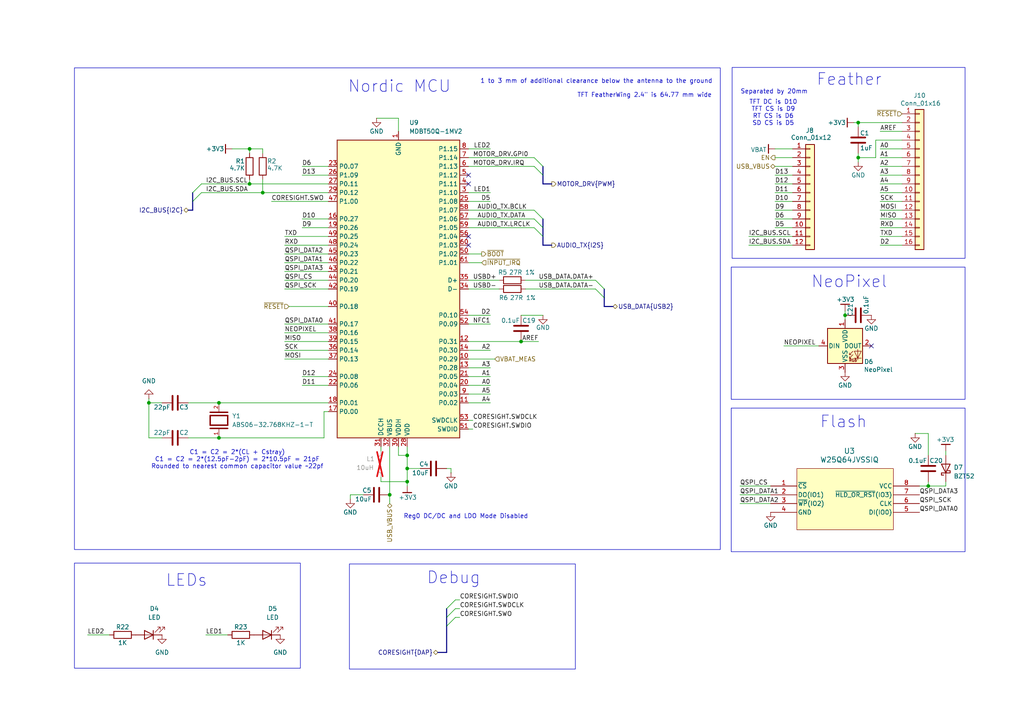
<source format=kicad_sch>
(kicad_sch (version 20250114) (generator "eeschema") (generator_version "9.0")
  (paper "A4")
  (title_block (title "${TITLE}") (date "2024-12-25") (rev "${VERSION}") (company "${AUTHOR}") (comment 1 "${LICENSE}"))
  (lib_symbols
    (symbol "ABS06-32.768KHZ-1-T:ABS06-32.768KHZ-1-T" (pin_names (offset 1.016))
      (property "Reference" "Y" (at -5.0878 3.8159 0))
      (property "Value" "ABS06-32.768KHZ-1-T" (at -5.0944 -5.0944 0))
      (symbol "ABS06-32.768KHZ-1-T_0_0"
        (polyline (pts (xy -2.3368 2.54) (xy -2.3368 -2.54)) (stroke (width 0.4064)))
        (polyline (pts (xy -1.397 2.54) (xy -1.397 -2.54)) (stroke (width 0.4064)))
        (polyline (pts (xy -1.397 2.54) (xy 1.397 2.54)) (stroke (width 0.4064)))
        (polyline (pts (xy 1.397 2.54) (xy 1.397 -2.54)) (stroke (width 0.4064)))
        (polyline (pts (xy 1.397 -2.54) (xy -1.397 -2.54)) (stroke (width 0.4064)))
        (polyline (pts (xy 2.3368 2.54) (xy 2.3368 -2.54)) (stroke (width 0.4064)))
        (pin passive line (at -5.08 0 0) (length 2.54) (name "~") (number "1"))
        (pin passive line (at 5.08 0 180) (length 2.54) (name "~") (number "2"))
      )
    )
    (symbol "Connector_Generic:Conn_01x12" (pin_names (offset 1.016) (hide yes))
      (property "Reference" "J" (at 0 15.24 0))
      (property "Value" "Conn_01x12" (at 0 -17.78 0))
      (symbol "Conn_01x12_1_1"
        (rectangle (start -1.27 13.97) (end 1.27 -16.51) (stroke (width 0.254)) (fill (type background)))
        (rectangle (start -1.27 12.827) (end 0 12.573) (stroke (width 0.1524)))
        (rectangle (start -1.27 10.287) (end 0 10.033) (stroke (width 0.1524)))
        (rectangle (start -1.27 7.747) (end 0 7.493) (stroke (width 0.1524)))
        (rectangle (start -1.27 5.207) (end 0 4.953) (stroke (width 0.1524)))
        (rectangle (start -1.27 2.667) (end 0 2.413) (stroke (width 0.1524)))
        (rectangle (start -1.27 0.127) (end 0 -0.127) (stroke (width 0.1524)))
        (rectangle (start -1.27 -2.413) (end 0 -2.667) (stroke (width 0.1524)))
        (rectangle (start -1.27 -4.953) (end 0 -5.207) (stroke (width 0.1524)))
        (rectangle (start -1.27 -7.493) (end 0 -7.747) (stroke (width 0.1524)))
        (rectangle (start -1.27 -10.033) (end 0 -10.287) (stroke (width 0.1524)))
        (rectangle (start -1.27 -12.573) (end 0 -12.827) (stroke (width 0.1524)))
        (rectangle (start -1.27 -15.113) (end 0 -15.367) (stroke (width 0.1524)))
        (pin passive line (at -5.08 12.7 0) (length 3.81) (name "Pin_1") (number "1"))
        (pin passive line (at -5.08 10.16 0) (length 3.81) (name "Pin_2") (number "2"))
        (pin passive line (at -5.08 7.62 0) (length 3.81) (name "Pin_3") (number "3"))
        (pin passive line (at -5.08 5.08 0) (length 3.81) (name "Pin_4") (number "4"))
        (pin passive line (at -5.08 2.54 0) (length 3.81) (name "Pin_5") (number "5"))
        (pin passive line (at -5.08 0 0) (length 3.81) (name "Pin_6") (number "6"))
        (pin passive line (at -5.08 -2.54 0) (length 3.81) (name "Pin_7") (number "7"))
        (pin passive line (at -5.08 -5.08 0) (length 3.81) (name "Pin_8") (number "8"))
        (pin passive line (at -5.08 -7.62 0) (length 3.81) (name "Pin_9") (number "9"))
        (pin passive line (at -5.08 -10.16 0) (length 3.81) (name "Pin_10") (number "10"))
        (pin passive line (at -5.08 -12.7 0) (length 3.81) (name "Pin_11") (number "11"))
        (pin passive line (at -5.08 -15.24 0) (length 3.81) (name "Pin_12") (number "12"))
      )
    )
    (symbol "Connector_Generic:Conn_01x16" (pin_names (offset 1.016) (hide yes))
      (property "Reference" "J" (at 0 20.32 0))
      (property "Value" "Conn_01x16" (at 0 -22.86 0))
      (symbol "Conn_01x16_1_1"
        (rectangle (start -1.27 19.05) (end 1.27 -21.59) (stroke (width 0.254)) (fill (type background)))
        (rectangle (start -1.27 17.907) (end 0 17.653) (stroke (width 0.1524)))
        (rectangle (start -1.27 15.367) (end 0 15.113) (stroke (width 0.1524)))
        (rectangle (start -1.27 12.827) (end 0 12.573) (stroke (width 0.1524)))
        (rectangle (start -1.27 10.287) (end 0 10.033) (stroke (width 0.1524)))
        (rectangle (start -1.27 7.747) (end 0 7.493) (stroke (width 0.1524)))
        (rectangle (start -1.27 5.207) (end 0 4.953) (stroke (width 0.1524)))
        (rectangle (start -1.27 2.667) (end 0 2.413) (stroke (width 0.1524)))
        (rectangle (start -1.27 0.127) (end 0 -0.127) (stroke (width 0.1524)))
        (rectangle (start -1.27 -2.413) (end 0 -2.667) (stroke (width 0.1524)))
        (rectangle (start -1.27 -4.953) (end 0 -5.207) (stroke (width 0.1524)))
        (rectangle (start -1.27 -7.493) (end 0 -7.747) (stroke (width 0.1524)))
        (rectangle (start -1.27 -10.033) (end 0 -10.287) (stroke (width 0.1524)))
        (rectangle (start -1.27 -12.573) (end 0 -12.827) (stroke (width 0.1524)))
        (rectangle (start -1.27 -15.113) (end 0 -15.367) (stroke (width 0.1524)))
        (rectangle (start -1.27 -17.653) (end 0 -17.907) (stroke (width 0.1524)))
        (rectangle (start -1.27 -20.193) (end 0 -20.447) (stroke (width 0.1524)))
        (pin passive line (at -5.08 17.78 0) (length 3.81) (name "Pin_1") (number "1"))
        (pin passive line (at -5.08 15.24 0) (length 3.81) (name "Pin_2") (number "2"))
        (pin passive line (at -5.08 12.7 0) (length 3.81) (name "Pin_3") (number "3"))
        (pin passive line (at -5.08 10.16 0) (length 3.81) (name "Pin_4") (number "4"))
        (pin passive line (at -5.08 7.62 0) (length 3.81) (name "Pin_5") (number "5"))
        (pin passive line (at -5.08 5.08 0) (length 3.81) (name "Pin_6") (number "6"))
        (pin passive line (at -5.08 2.54 0) (length 3.81) (name "Pin_7") (number "7"))
        (pin passive line (at -5.08 0 0) (length 3.81) (name "Pin_8") (number "8"))
        (pin passive line (at -5.08 -2.54 0) (length 3.81) (name "Pin_9") (number "9"))
        (pin passive line (at -5.08 -5.08 0) (length 3.81) (name "Pin_10") (number "10"))
        (pin passive line (at -5.08 -7.62 0) (length 3.81) (name "Pin_11") (number "11"))
        (pin passive line (at -5.08 -10.16 0) (length 3.81) (name "Pin_12") (number "12"))
        (pin passive line (at -5.08 -12.7 0) (length 3.81) (name "Pin_13") (number "13"))
        (pin passive line (at -5.08 -15.24 0) (length 3.81) (name "Pin_14") (number "14"))
        (pin passive line (at -5.08 -17.78 0) (length 3.81) (name "Pin_15") (number "15"))
        (pin passive line (at -5.08 -20.32 0) (length 3.81) (name "Pin_16") (number "16"))
      )
    )
    (symbol "Device:C" (pin_numbers (hide yes)) (pin_names (offset 0.254))
      (property "Reference" "C" (at 0.635 2.54 0))
      (property "Value" "C" (at 0.635 -2.54 0))
      (symbol "C_0_1"
        (polyline (pts (xy -2.032 0.762) (xy 2.032 0.762)) (stroke (width 0.508)))
        (polyline (pts (xy -2.032 -0.762) (xy 2.032 -0.762)) (stroke (width 0.508)))
      )
      (symbol "C_1_1"
        (pin passive line (at 0 3.81 270) (length 2.794) (name "~") (number "1"))
        (pin passive line (at 0 -3.81 90) (length 2.794) (name "~") (number "2"))
      )
    )
    (symbol "Device:L" (pin_numbers (hide yes)) (pin_names (offset 1.016) (hide yes))
      (property "Reference" "L" (at -1.27 0 90))
      (property "Value" "L" (at 1.905 0 90))
      (symbol "L_0_1"
        (arc (start 0 2.54) (mid 0.6323 1.905) (end 0 1.27))
        (arc (start 0 1.27) (mid 0.6323 0.635) (end 0 0))
        (arc (start 0 0) (mid 0.6323 -0.635) (end 0 -1.27))
        (arc (start 0 -1.27) (mid 0.6323 -1.905) (end 0 -2.54))
      )
      (symbol "L_1_1"
        (pin passive line (at 0 3.81 270) (length 1.27) (name "1") (number "1"))
        (pin passive line (at 0 -3.81 90) (length 1.27) (name "2") (number "2"))
      )
    )
    (symbol "Device:LED" (pin_numbers (hide yes)) (pin_names (offset 1.016) (hide yes))
      (property "Reference" "D" (at 0 2.54 0))
      (property "Value" "LED" (at 0 -2.54 0))
      (symbol "LED_0_1"
        (polyline (pts (xy -3.048 -0.762) (xy -4.572 -2.286) (xy -3.81 -2.286) (xy -4.572 -2.286) (xy -4.572 -1.524)))
        (polyline (pts (xy -1.778 -0.762) (xy -3.302 -2.286) (xy -2.54 -2.286) (xy -3.302 -2.286) (xy -3.302 -1.524)))
        (polyline (pts (xy -1.27 0) (xy 1.27 0)))
        (polyline (pts (xy -1.27 -1.27) (xy -1.27 1.27)) (stroke (width 0.254)))
        (polyline (pts (xy 1.27 -1.27) (xy 1.27 1.27) (xy -1.27 0) (xy 1.27 -1.27)) (stroke (width 0.254)))
      )
      (symbol "LED_1_1"
        (pin passive line (at -3.81 0 0) (length 2.54) (name "K") (number "1"))
        (pin passive line (at 3.81 0 180) (length 2.54) (name "A") (number "2"))
      )
    )
    (symbol "Device:R" (pin_numbers (hide yes)) (pin_names (offset 0))
      (property "Reference" "R" (at 2.032 0 90))
      (property "Value" "R" (at 0 0 90))
      (symbol "R_0_1"
        (rectangle (start -1.016 -2.54) (end 1.016 2.54) (stroke (width 0.254)))
      )
      (symbol "R_1_1"
        (pin passive line (at 0 3.81 270) (length 1.27) (name "~") (number "1"))
        (pin passive line (at 0 -3.81 90) (length 1.27) (name "~") (number "2"))
      )
    )
    (symbol "Diode:BAT54J" (pin_numbers (hide yes)) (pin_names (offset 1.016) (hide yes))
      (property "Reference" "D" (at 0 2.54 0))
      (property "Value" "BAT54J" (at 0 -2.54 0))
      (symbol "BAT54J_0_1"
        (polyline (pts (xy -1.905 0.635) (xy -1.905 1.27) (xy -1.27 1.27) (xy -1.27 -1.27) (xy -0.635 -1.27) (xy -0.635 -0.635)) (stroke (width 0.254)))
        (polyline (pts (xy 1.27 1.27) (xy 1.27 -1.27) (xy -1.27 0) (xy 1.27 1.27)) (stroke (width 0.254)))
        (polyline (pts (xy 1.27 0) (xy -1.27 0)))
      )
      (symbol "BAT54J_1_1"
        (pin passive line (at -3.81 0 0) (length 2.54) (name "K") (number "1"))
        (pin passive line (at 3.81 0 180) (length 2.54) (name "A") (number "2"))
      )
    )
    (symbol "GND_1" (power) (pin_numbers (hide yes)) (pin_names (offset 0) (hide yes))
      (property "Value" "GND" (at 0 -3.81 0))
      (symbol "GND_1_0_1"
        (polyline (pts (xy 0 0) (xy 0 -1.27) (xy 1.27 -1.27) (xy 0 -2.54) (xy -1.27 -1.27) (xy 0 -1.27)))
      )
      (symbol "GND_1_1_1"
        (pin power_in line (at 0 0 270) (length 0) (name "~") (number "1"))
      )
    )
    (symbol "GND_5" (power) (pin_numbers (hide yes)) (pin_names (offset 0) (hide yes))
      (property "Value" "GND" (at 0 -3.81 0))
      (symbol "GND_5_0_1"
        (polyline (pts (xy 0 0) (xy 0 -1.27) (xy 1.27 -1.27) (xy 0 -2.54) (xy -1.27 -1.27) (xy 0 -1.27)))
      )
      (symbol "GND_5_1_1"
        (pin power_in line (at 0 0 270) (length 0) (name "~") (number "1"))
      )
    )
    (symbol "LED:WS2812B" (pin_names (offset 0.254))
      (property "Reference" "D" (at 5.08 5.715 0))
      (property "Value" "WS2812B" (at 1.27 -5.715 0))
      (symbol "WS2812B_0_0"
        (text "RGB" (at 2.286 -4.191 0) (effects (font (size 0.762 0.762))))
      )
      (symbol "WS2812B_0_1"
        (polyline (pts (xy 1.27 -2.54) (xy 1.778 -2.54)))
        (polyline (pts (xy 1.27 -3.556) (xy 1.778 -3.556)))
        (polyline (pts (xy 2.286 -1.524) (xy 1.27 -2.54) (xy 1.27 -2.032)))
        (polyline (pts (xy 2.286 -2.54) (xy 1.27 -3.556) (xy 1.27 -3.048)))
        (polyline (pts (xy 3.683 -1.016) (xy 3.683 -3.556) (xy 3.683 -4.064)))
        (polyline (pts (xy 4.699 -1.524) (xy 2.667 -1.524) (xy 3.683 -3.556) (xy 4.699 -1.524)))
        (polyline (pts (xy 4.699 -3.556) (xy 2.667 -3.556)))
        (rectangle (start 5.08 5.08) (end -5.08 -5.08) (stroke (width 0.254)) (fill (type background)))
      )
      (symbol "WS2812B_1_1"
        (pin input line (at -7.62 0 0) (length 2.54) (name "DIN") (number "4"))
        (pin power_in line (at 0 7.62 270) (length 2.54) (name "VDD") (number "1"))
        (pin power_in line (at 0 -7.62 90) (length 2.54) (name "VSS") (number "3"))
        (pin output line (at 7.62 0 180) (length 2.54) (name "DOUT") (number "2"))
      )
    )
    (symbol "RF_Module:MDBT50Q-1MV2"
      (property "Reference" "U" (at 0 0 0))
      (property "Value" "MDBT50Q-1MV2" (at 0 -2.54 0))
      (symbol "MDBT50Q-1MV2_0_1"
        (rectangle (start -17.78 43.18) (end 17.78 -43.18) (stroke (width 0.254)) (fill (type background)))
      )
      (symbol "MDBT50Q-1MV2_1_1"
        (pin bidirectional line (at -20.32 40.64 0) (length 2.54) (name "SWDIO") (number "51"))
        (pin input line (at -20.32 38.1 0) (length 2.54) (name "SWDCLK") (number "53"))
        (pin bidirectional line (at -20.32 33.02 0) (length 2.54) (name "P0.02") (number "11"))
        (pin bidirectional line (at -20.32 30.48 0) (length 2.54) (name "P0.03") (number "9"))
        (pin bidirectional line (at -20.32 27.94 0) (length 2.54) (name "P0.04") (number "20"))
        (pin bidirectional line (at -20.32 25.4 0) (length 2.54) (name "P0.05") (number "21"))
        (pin bidirectional line (at -20.32 22.86 0) (length 2.54) (name "P0.28") (number "13"))
        (pin bidirectional line (at -20.32 20.32 0) (length 2.54) (name "P0.29") (number "10"))
        (pin bidirectional line (at -20.32 17.78 0) (length 2.54) (name "P0.30") (number "14"))
        (pin bidirectional line (at -20.32 15.24 0) (length 2.54) (name "P0.31") (number "12"))
        (pin bidirectional line (at -20.32 10.16 0) (length 2.54) (name "P0.09") (number "52"))
        (pin bidirectional line (at -20.32 7.62 0) (length 2.54) (name "P0.10") (number "54"))
        (pin bidirectional line (at -20.32 0 0) (length 2.54) (name "D-") (number "34"))
        (pin bidirectional line (at -20.32 -2.54 0) (length 2.54) (name "D+") (number "35"))
        (pin bidirectional line (at -20.32 -7.62 0) (length 2.54) (name "P1.01") (number "61"))
        (pin bidirectional line (at -20.32 -10.16 0) (length 2.54) (name "P1.02") (number "50"))
        (pin bidirectional line (at -20.32 -12.7 0) (length 2.54) (name "P1.03") (number "60"))
        (pin bidirectional line (at -20.32 -15.24 0) (length 2.54) (name "P1.04") (number "56"))
        (pin bidirectional line (at -20.32 -17.78 0) (length 2.54) (name "P1.05") (number "59"))
        (pin bidirectional line (at -20.32 -20.32 0) (length 2.54) (name "P1.06") (number "57"))
        (pin bidirectional line (at -20.32 -22.86 0) (length 2.54) (name "P1.07") (number "58"))
        (pin bidirectional line (at -20.32 -25.4 0) (length 2.54) (name "P1.08") (number "25"))
        (pin bidirectional line (at -20.32 -27.94 0) (length 2.54) (name "P1.10") (number "3"))
        (pin bidirectional line (at -20.32 -30.48 0) (length 2.54) (name "P1.11") (number "4"))
        (pin bidirectional line (at -20.32 -33.02 0) (length 2.54) (name "P1.12") (number "5"))
        (pin bidirectional line (at -20.32 -35.56 0) (length 2.54) (name "P1.13") (number "6"))
        (pin bidirectional line (at -20.32 -38.1 0) (length 2.54) (name "P1.14") (number "7"))
        (pin bidirectional line (at -20.32 -40.64 0) (length 2.54) (name "P1.15") (number "8"))
        (pin power_in line (at -2.54 45.72 270) (length 2.54) (name "VDD") (number "28"))
        (pin power_in line (at 0 45.72 270) (length 2.54) (name "VDDH") (number "30"))
        (pin power_in line (at 0 -45.72 90) (length 2.54) (name "GND") (number "1"))
        (pin passive line (at 0 -45.72 90) (length 2.54) (hide yes) (name "GND") (number "15"))
        (pin passive line (at 0 -45.72 90) (length 2.54) (hide yes) (name "GND") (number "2"))
        (pin passive line (at 0 -45.72 90) (length 2.54) (hide yes) (name "GND") (number "33"))
        (pin passive line (at 0 -45.72 90) (length 2.54) (hide yes) (name "GND") (number "55"))
        (pin power_in line (at 2.54 45.72 270) (length 2.54) (name "VBUS") (number "32"))
        (pin power_out line (at 5.08 45.72 270) (length 2.54) (name "DCCH") (number "31"))
        (pin bidirectional line (at 20.32 35.56 180) (length 2.54) (name "P0.00") (number "17"))
        (pin bidirectional line (at 20.32 33.02 180) (length 2.54) (name "P0.01") (number "18"))
        (pin bidirectional line (at 20.32 27.94 180) (length 2.54) (name "P0.06") (number "22"))
        (pin bidirectional line (at 20.32 25.4 180) (length 2.54) (name "P0.08") (number "24"))
        (pin bidirectional line (at 20.32 20.32 180) (length 2.54) (name "P0.13") (number "37"))
        (pin bidirectional line (at 20.32 17.78 180) (length 2.54) (name "P0.14") (number "36"))
        (pin bidirectional line (at 20.32 15.24 180) (length 2.54) (name "P0.15") (number "39"))
        (pin bidirectional line (at 20.32 12.7 180) (length 2.54) (name "P0.16") (number "38"))
        (pin bidirectional line (at 20.32 10.16 180) (length 2.54) (name "P0.17") (number "41"))
        (pin bidirectional line (at 20.32 5.08 180) (length 2.54) (name "P0.18") (number "40"))
        (pin bidirectional line (at 20.32 0 180) (length 2.54) (name "P0.19") (number "42"))
        (pin bidirectional line (at 20.32 -2.54 180) (length 2.54) (name "P0.20") (number "44"))
        (pin bidirectional line (at 20.32 -5.08 180) (length 2.54) (name "P0.21") (number "43"))
        (pin bidirectional line (at 20.32 -7.62 180) (length 2.54) (name "P0.22") (number "46"))
        (pin bidirectional line (at 20.32 -10.16 180) (length 2.54) (name "P0.23") (number "45"))
        (pin bidirectional line (at 20.32 -12.7 180) (length 2.54) (name "P0.24") (number "48"))
        (pin bidirectional line (at 20.32 -15.24 180) (length 2.54) (name "P0.25") (number "49"))
        (pin bidirectional line (at 20.32 -17.78 180) (length 2.54) (name "P0.26") (number "19"))
        (pin bidirectional line (at 20.32 -20.32 180) (length 2.54) (name "P0.27") (number "16"))
        (pin bidirectional line (at 20.32 -25.4 180) (length 2.54) (name "P1.00") (number "47"))
        (pin bidirectional line (at 20.32 -27.94 180) (length 2.54) (name "P0.12") (number "29"))
        (pin bidirectional line (at 20.32 -30.48 180) (length 2.54) (name "P0.11") (number "27"))
        (pin bidirectional line (at 20.32 -33.02 180) (length 2.54) (name "P1.09") (number "26"))
        (pin bidirectional line (at 20.32 -35.56 180) (length 2.54) (name "P0.07") (number "23"))
      )
    )
    (symbol "W25Q64JVSSIQ:W25Q64JVSSIQ" (pin_names (offset 0.254))
      (property "Reference" "U" (at 40.64 10.16 0))
      (property "Value" "W25Q64JVSSIQ" (at 40.64 7.62 0))
      (symbol "W25Q64JVSSIQ_0_1"
        (pin unspecified line (at 17.78 -2.54 0) (length 7.62) (name "DO(IO1)") (number "2"))
        (pin power_out line (at 17.78 -7.62 0) (length 7.62) (name "GND") (number "4"))
        (pin power_in line (at 60.96 0 180) (length 7.62) (name "VCC") (number "8"))
        (pin unspecified line (at 60.96 -5.08 180) (length 7.62) (name "CLK") (number "6"))
        (pin unspecified line (at 60.96 -7.62 180) (length 7.62) (name "DI(IO0)") (number "5"))
      )
      (symbol "W25Q64JVSSIQ_1_1"
        (rectangle (start 25.4 5.08) (end 53.34 -12.7) (fill (type background)))
        (pin unspecified line (at 17.78 0 0) (length 7.62) (name "~{CS}") (number "1"))
        (pin unspecified line (at 17.78 -5.08 0) (length 7.62) (name "~{WP}(IO2)") (number "3"))
        (pin unspecified line (at 60.96 -2.54 180) (length 7.62) (name "~{HLD_OR_RST}(IO3)") (number "7"))
      )
    )
    (symbol "gkl_power:+3V3" (power) (pin_names (offset 0))
      (property "Value" "+3V3" (at 0 3.556 0))
      (symbol "+3V3_0_1"
        (polyline (pts (xy -1.27 1.905) (xy 1.27 1.905)) (stroke (width 0.3048)))
        (polyline (pts (xy 0 0) (xy 0 1.905)))
      )
      (symbol "+3V3_1_1"
        (pin power_in line (at 0 0 90) (length 0) (hide yes) (name "+3V3") (number "1"))
      )
    )
    (symbol "gkl_power:VBAT" (power) (pin_names (offset 0))
      (property "Value" "VBAT" (at 0 3.556 0))
      (symbol "VBAT_0_1"
        (polyline (pts (xy -1.27 1.905) (xy 1.27 1.905)) (stroke (width 0.3048)))
        (polyline (pts (xy 0 0) (xy 0 1.905)))
      )
      (symbol "VBAT_1_1"
        (pin power_in line (at 0 0 90) (length 0) (hide yes) (name "VBAT") (number "1"))
      )
    )
    (symbol "power:GND" (power) (pin_numbers (hide yes)) (pin_names (offset 0) (hide yes))
      (property "Value" "GND" (at 0 -3.81 0))
      (symbol "GND_0_1"
        (polyline (pts (xy 0 0) (xy 0 -1.27) (xy 1.27 -1.27) (xy 0 -2.54) (xy -1.27 -1.27) (xy 0 -1.27)))
      )
      (symbol "GND_1_1"
        (pin power_in line (at 0 0 270) (length 0) (name "~") (number "1"))
      )
    )
  )
  (bus_alias "DAP" (members "SWDCLK" "SWDIO" "SWO"))
  (bus_alias "I2S" (members "DATA" "BCLK" "LRCLK"))
  (bus_alias "PWM" (members "GPI0" "IRQ"))
  (bus_alias "USB2" (members "DATA+" "DATA-"))
  (rectangle (start 21.59 163.322) (end 87.122 193.802))
  (rectangle (start 21.59 19.685) (end 208.915 159.385))
  (rectangle (start 101.346 163.576) (end 166.878 194.056))
  (rectangle (start 212.09 77.47) (end 279.908 115.824))
  (rectangle (start 212.344 19.558) (end 279.908 74.93))
  (rectangle (start 212.09 118.364) (end 279.908 160.02))
  (text "TFT DC is D10\nTFT CS is D9\nRT CS is D6\nSD CS is D5" (at 224.282 32.766 0) (effects (font (size 1.27 1.27))))
  (text "Debug" (at 123.698 169.672 0) (effects (font (size 3.4036 3.4036)) (justify left bottom)))
  (text "C1 = C2 = 2*(CL + Cstray)\nC1 = C2 = 2*(12.5pF-2pF) = 2*10.5pF = 21pF\nRounded to nearest common capacitor value ~22pf" (at 68.834 133.35 0) (effects (font (size 1.27 1.27))))
  (text "LEDs" (at 48.006 170.434 0) (effects (font (size 3.4036 3.4036)) (justify left bottom)))
  (text "Feather" (at 236.728 25.146 0) (effects (font (size 3.4036 3.4036)) (justify left bottom)))
  (text "Reg0 DC/DC and LDO Mode Disabled" (at 135.128 149.86 0) (effects (font (size 1.27 1.27))))
  (text "NeoPixel" (at 235.204 83.82 0) (effects (font (size 3.4036 3.4036)) (justify left bottom)))
  (text "TFT FeatherWing 2.4\" is 64.77 mm wide" (at 186.944 27.686 0) (effects (font (size 1.27 1.27))))
  (text "Separated by 20mm" (at 224.536 26.67 0) (effects (font (size 1.27 1.27))))
  (text "Flash" (at 237.744 124.46 0) (effects (font (size 3.4036 3.4036)) (justify left bottom)))
  (text "1 to 3 mm of additional clearance below the antenna to the ground" (at 172.974 23.622 0) (effects (font (size 1.27 1.27))))
  (text "Nordic MCU" (at 100.838 27.178 0) (effects (font (size 3.4036 3.4036)) (justify left bottom)))
  (junction (at 118.11 139.7))
  (junction (at 151.13 99.06))
  (junction (at 269.24 140.97))
  (junction (at 113.03 143.51))
  (junction (at 248.92 35.56))
  (junction (at 43.18 116.84))
  (junction (at 245.11 91.44))
  (junction (at 72.39 43.18))
  (junction (at 118.11 132.08))
  (junction (at 248.92 45.72))
  (junction (at 72.39 53.34))
  (junction (at 76.2 55.88))
  (junction (at 118.11 135.89))
  (junction (at 63.5 127))
  (junction (at 63.5 116.84))
  (no_connect (at 135.89 53.34))
  (no_connect (at 252.73 100.33))
  (no_connect (at 135.89 71.12))
  (no_connect (at 135.89 50.8))
  (no_connect (at 135.89 68.58))
  (bus_entry (at 154.94 48.26) (size 2.54 2.54))
  (bus_entry (at 55.88 58.42) (size 2.54 -2.54))
  (bus_entry (at 157.48 66.04) (size -2.54 -2.54))
  (bus_entry (at 175.26 83.82) (size -2.54 -2.54))
  (bus_entry (at 172.72 83.82) (size 2.54 2.54))
  (bus_entry (at 55.88 55.88) (size 2.54 -2.54))
  (bus_entry (at 157.48 48.26) (size -2.54 -2.54))
  (bus_entry (at 129.54 179.07) (size 2.54 -2.54))
  (bus_entry (at 157.48 63.5) (size -2.54 -2.54))
  (bus_entry (at 129.54 181.61) (size 2.54 -2.54))
  (bus_entry (at 157.48 68.58) (size -2.54 -2.54))
  (bus_entry (at 129.54 176.53) (size 2.54 -2.54))
  (wire (pts (xy 118.11 132.08) (xy 115.57 132.08)))
  (wire (pts (xy 58.42 55.88) (xy 76.2 55.88)))
  (wire (pts (xy 72.39 53.34) (xy 95.25 53.34)))
  (wire (pts (xy 135.89 63.5) (xy 154.94 63.5)))
  (wire (pts (xy 269.24 140.97) (xy 274.32 140.97)))
  (bus (pts (xy 157.48 53.34) (xy 160.02 53.34)))
  (wire (pts (xy 255.27 71.12) (xy 261.62 71.12)))
  (wire (pts (xy 87.63 48.26) (xy 95.25 48.26)))
  (wire (pts (xy 245.11 91.44) (xy 245.11 92.71)))
  (wire (pts (xy 135.89 99.06) (xy 151.13 99.06)))
  (wire (pts (xy 130.81 135.89) (xy 129.54 135.89)))
  (wire (pts (xy 54.61 116.84) (xy 63.5 116.84)))
  (wire (pts (xy 224.79 66.04) (xy 229.87 66.04)))
  (wire (pts (xy 245.11 90.17) (xy 245.11 91.44)))
  (wire (pts (xy 214.63 143.51) (xy 223.52 143.51)))
  (wire (pts (xy 132.08 179.07) (xy 133.35 179.07)))
  (wire (pts (xy 87.63 111.76) (xy 95.25 111.76)))
  (wire (pts (xy 118.11 135.89) (xy 121.92 135.89)))
  (bus (pts (xy 129.54 179.07) (xy 129.54 181.61)))
  (bus (pts (xy 175.26 86.36) (xy 175.26 88.9)))
  (wire (pts (xy 142.24 116.84) (xy 135.89 116.84)))
  (wire (pts (xy 93.98 119.38) (xy 95.25 119.38)))
  (wire (pts (xy 118.11 132.08) (xy 118.11 135.89)))
  (wire (pts (xy 248.92 45.72) (xy 248.92 44.45)))
  (wire (pts (xy 82.55 78.74) (xy 95.25 78.74)))
  (wire (pts (xy 110.49 129.54) (xy 110.49 130.81)))
  (wire (pts (xy 137.16 124.46) (xy 135.89 124.46)))
  (wire (pts (xy 217.17 68.58) (xy 229.87 68.58)))
  (bus (pts (xy 55.88 55.88) (xy 55.88 58.42)))
  (wire (pts (xy 82.55 104.14) (xy 95.25 104.14)))
  (wire (pts (xy 76.2 43.18) (xy 76.2 44.45)))
  (wire (pts (xy 248.92 35.56) (xy 261.62 35.56)))
  (wire (pts (xy 255.27 50.8) (xy 261.62 50.8)))
  (wire (pts (xy 224.79 58.42) (xy 229.87 58.42)))
  (wire (pts (xy 142.24 91.44) (xy 135.89 91.44)))
  (wire (pts (xy 43.18 116.84) (xy 46.99 116.84)))
  (wire (pts (xy 118.11 129.54) (xy 118.11 132.08)))
  (wire (pts (xy 87.63 50.8) (xy 95.25 50.8)))
  (wire (pts (xy 254 40.64) (xy 261.62 40.64)))
  (wire (pts (xy 214.63 140.97) (xy 223.52 140.97)))
  (wire (pts (xy 269.24 139.7) (xy 269.24 140.97)))
  (wire (pts (xy 87.63 63.5) (xy 95.25 63.5)))
  (wire (pts (xy 132.08 176.53) (xy 133.35 176.53)))
  (wire (pts (xy 82.55 68.58) (xy 95.25 68.58)))
  (wire (pts (xy 255.27 53.34) (xy 261.62 53.34)))
  (wire (pts (xy 248.92 45.72) (xy 254 45.72)))
  (wire (pts (xy 110.49 138.43) (xy 110.49 139.7)))
  (wire (pts (xy 152.4 83.82) (xy 172.72 83.82)))
  (wire (pts (xy 135.89 60.96) (xy 154.94 60.96)))
  (wire (pts (xy 135.89 66.04) (xy 154.94 66.04)))
  (wire (pts (xy 135.89 45.72) (xy 154.94 45.72)))
  (wire (pts (xy 255.27 63.5) (xy 261.62 63.5)))
  (bus (pts (xy 157.48 48.26) (xy 157.48 50.8)))
  (wire (pts (xy 118.11 135.89) (xy 118.11 139.7)))
  (wire (pts (xy 118.11 139.7) (xy 118.11 140.97)))
  (wire (pts (xy 25.4 184.15) (xy 31.75 184.15)))
  (wire (pts (xy 266.7 140.97) (xy 269.24 140.97)))
  (wire (pts (xy 132.08 173.99) (xy 133.35 173.99)))
  (wire (pts (xy 269.24 125.73) (xy 269.24 132.08)))
  (bus (pts (xy 54.61 60.96) (xy 55.88 60.96)))
  (wire (pts (xy 142.24 93.98) (xy 135.89 93.98)))
  (wire (pts (xy 214.63 146.05) (xy 223.52 146.05)))
  (wire (pts (xy 224.79 63.5) (xy 229.87 63.5)))
  (wire (pts (xy 135.89 43.18) (xy 142.24 43.18)))
  (wire (pts (xy 255.27 55.88) (xy 261.62 55.88)))
  (wire (pts (xy 255.27 68.58) (xy 261.62 68.58)))
  (wire (pts (xy 82.55 81.28) (xy 95.25 81.28)))
  (wire (pts (xy 105.41 143.51) (xy 101.6 143.51)))
  (bus (pts (xy 175.26 88.9) (xy 177.8 88.9)))
  (wire (pts (xy 224.79 55.88) (xy 229.87 55.88)))
  (wire (pts (xy 43.18 115.57) (xy 43.18 116.84)))
  (wire (pts (xy 82.55 73.66) (xy 95.25 73.66)))
  (wire (pts (xy 63.5 127) (xy 93.98 127)))
  (wire (pts (xy 265.43 125.73) (xy 269.24 125.73)))
  (wire (pts (xy 143.51 104.14) (xy 135.89 104.14)))
  (wire (pts (xy 87.63 66.04) (xy 95.25 66.04)))
  (wire (pts (xy 113.03 143.51) (xy 113.03 146.05)))
  (wire (pts (xy 82.55 93.98) (xy 95.25 93.98)))
  (wire (pts (xy 224.79 43.18) (xy 229.87 43.18)))
  (wire (pts (xy 255.27 60.96) (xy 261.62 60.96)))
  (wire (pts (xy 139.7 73.66) (xy 135.89 73.66)))
  (wire (pts (xy 224.79 53.34) (xy 229.87 53.34)))
  (wire (pts (xy 142.24 106.68) (xy 135.89 106.68)))
  (wire (pts (xy 139.7 76.2) (xy 135.89 76.2)))
  (wire (pts (xy 142.24 109.22) (xy 135.89 109.22)))
  (wire (pts (xy 93.98 119.38) (xy 93.98 127)))
  (wire (pts (xy 72.39 43.18) (xy 72.39 44.45)))
  (wire (pts (xy 142.24 101.6) (xy 135.89 101.6)))
  (bus (pts (xy 175.26 83.82) (xy 175.26 86.36)))
  (bus (pts (xy 157.48 50.8) (xy 157.48 53.34)))
  (wire (pts (xy 78.74 58.42) (xy 95.25 58.42)))
  (wire (pts (xy 137.16 121.92) (xy 135.89 121.92)))
  (wire (pts (xy 83.82 88.9) (xy 95.25 88.9)))
  (wire (pts (xy 110.49 139.7) (xy 118.11 139.7)))
  (wire (pts (xy 156.21 99.06) (xy 151.13 99.06)))
  (wire (pts (xy 135.89 83.82) (xy 144.78 83.82)))
  (wire (pts (xy 248.92 36.83) (xy 248.92 35.56)))
  (wire (pts (xy 157.48 91.44) (xy 151.13 91.44)))
  (wire (pts (xy 54.61 127) (xy 63.5 127)))
  (wire (pts (xy 142.24 55.88) (xy 135.89 55.88)))
  (wire (pts (xy 224.79 50.8) (xy 229.87 50.8)))
  (bus (pts (xy 127 189.23) (xy 129.54 189.23)))
  (wire (pts (xy 43.18 127) (xy 46.99 127)))
  (wire (pts (xy 82.55 99.06) (xy 95.25 99.06)))
  (wire (pts (xy 274.32 132.08) (xy 274.32 130.81)))
  (wire (pts (xy 224.79 48.26) (xy 229.87 48.26)))
  (wire (pts (xy 255.27 66.04) (xy 261.62 66.04)))
  (wire (pts (xy 67.31 43.18) (xy 72.39 43.18)))
  (wire (pts (xy 248.92 46.99) (xy 248.92 45.72)))
  (wire (pts (xy 82.55 76.2) (xy 95.25 76.2)))
  (wire (pts (xy 63.5 116.84) (xy 95.25 116.84)))
  (wire (pts (xy 255.27 43.18) (xy 261.62 43.18)))
  (bus (pts (xy 157.48 71.12) (xy 157.48 68.58)))
  (wire (pts (xy 217.17 71.12) (xy 229.87 71.12)))
  (wire (pts (xy 142.24 114.3) (xy 135.89 114.3)))
  (bus (pts (xy 157.48 63.5) (xy 157.48 66.04)))
  (wire (pts (xy 255.27 58.42) (xy 261.62 58.42)))
  (wire (pts (xy 113.03 129.54) (xy 113.03 143.51)))
  (wire (pts (xy 152.4 81.28) (xy 172.72 81.28)))
  (wire (pts (xy 254 40.64) (xy 254 45.72)))
  (wire (pts (xy 142.24 111.76) (xy 135.89 111.76)))
  (wire (pts (xy 274.32 140.97) (xy 274.32 139.7)))
  (bus (pts (xy 157.48 68.58) (xy 157.48 66.04)))
  (wire (pts (xy 101.6 143.51) (xy 101.6 144.78)))
  (wire (pts (xy 72.39 43.18) (xy 76.2 43.18)))
  (wire (pts (xy 130.81 135.89) (xy 130.81 137.16)))
  (wire (pts (xy 59.69 184.15) (xy 66.04 184.15)))
  (wire (pts (xy 135.89 48.26) (xy 154.94 48.26)))
  (wire (pts (xy 76.2 55.88) (xy 95.25 55.88)))
  (bus (pts (xy 55.88 58.42) (xy 55.88 60.96)))
  (bus (pts (xy 160.02 71.12) (xy 157.48 71.12)))
  (wire (pts (xy 255.27 38.1) (xy 261.62 38.1)))
  (wire (pts (xy 82.55 101.6) (xy 95.25 101.6)))
  (wire (pts (xy 227.33 100.33) (xy 237.49 100.33)))
  (bus (pts (xy 129.54 176.53) (xy 129.54 179.07)))
  (wire (pts (xy 135.89 81.28) (xy 144.78 81.28)))
  (wire (pts (xy 115.57 129.54) (xy 115.57 132.08)))
  (wire (pts (xy 76.2 52.07) (xy 76.2 55.88)))
  (wire (pts (xy 142.24 58.42) (xy 135.89 58.42)))
  (wire (pts (xy 109.22 34.29) (xy 115.57 34.29)))
  (wire (pts (xy 247.65 35.56) (xy 248.92 35.56)))
  (wire (pts (xy 43.18 127) (xy 43.18 116.84)))
  (wire (pts (xy 115.57 34.29) (xy 115.57 38.1)))
  (wire (pts (xy 82.55 96.52) (xy 95.25 96.52)))
  (wire (pts (xy 224.79 60.96) (xy 229.87 60.96)))
  (wire (pts (xy 82.55 83.82) (xy 95.25 83.82)))
  (bus (pts (xy 129.54 181.61) (xy 129.54 189.23)))
  (wire (pts (xy 224.79 45.72) (xy 229.87 45.72)))
  (wire (pts (xy 255.27 45.72) (xy 261.62 45.72)))
  (wire (pts (xy 255.27 48.26) (xy 261.62 48.26)))
  (wire (pts (xy 87.63 109.22) (xy 95.25 109.22)))
  (wire (pts (xy 58.42 53.34) (xy 72.39 53.34)))
  (wire (pts (xy 72.39 52.07) (xy 72.39 53.34)))
  (wire (pts (xy 82.55 71.12) (xy 95.25 71.12)))
  (label "MISO" (at 255.27 63.5 0))
  (label "D6" (at 87.63 48.26 0))
  (label "A0" (at 142.24 111.76 180))
  (label "D10" (at 87.63 63.5 0))
  (label "I2C_BUS.SDA" (at 59.69 55.88 0))
  (label "CORESIGHT.SWO" (at 78.74 58.42 0))
  (label "D5" (at 142.24 58.42 180))
  (label "RXD" (at 82.55 71.12 0))
  (label "QSPI_DATA0" (at 82.55 93.98 0))
  (label "CORESIGHT.SWDIO" (at 137.16 124.46 0))
  (label "D2" (at 142.24 91.44 180))
  (label "QSPI_DATA3" (at 82.55 78.74 0))
  (label "QSPI_CS" (at 214.63 140.97 0))
  (label "D12" (at 87.63 109.22 0))
  (label "USB_DATA.DATA-" (at 156.21 83.82 0))
  (label "USBD+" (at 137.16 81.28 0))
  (label "MOTOR_DRV.GPI0" (at 137.16 45.72 0))
  (label "RXD" (at 255.27 66.04 0))
  (label "USBD-" (at 137.16 83.82 0))
  (label "USB_DATA.DATA+" (at 156.21 81.28 0))
  (label "SCK" (at 82.55 101.6 0))
  (label "AUDIO_TX.LRCLK" (at 138.43 66.04 0))
  (label "AUDIO_TX.DATA" (at 138.43 63.5 0))
  (label "MOSI" (at 255.27 60.96 0))
  (label "A2" (at 142.24 101.6 180))
  (label "AREF" (at 255.27 38.1 0))
  (label "LED1" (at 59.69 184.15 0))
  (label "QSPI_SCK" (at 82.55 83.82 0))
  (label "A4" (at 142.24 116.84 180))
  (label "CORESIGHT.SWDCLK" (at 137.16 121.92 0))
  (label "I2C_BUS.SCL" (at 59.69 53.34 0))
  (label "QSPI_DATA2" (at 82.55 73.66 0))
  (label "D9" (at 224.79 60.96 0))
  (label "QSPI_DATA1" (at 214.63 143.51 0))
  (label "A1" (at 142.24 109.22 180))
  (label "MOTOR_DRV.IRQ" (at 137.16 48.26 0))
  (label "NEOPIXEL" (at 227.33 100.33 0))
  (label "A3" (at 255.27 50.8 0))
  (label "D13" (at 87.63 50.8 0))
  (label "A5" (at 255.27 55.88 0))
  (label "TXD" (at 255.27 68.58 0))
  (label "A1" (at 255.27 45.72 0))
  (label "A4" (at 255.27 53.34 0))
  (label "AUDIO_TX.BCLK" (at 138.43 60.96 0))
  (label "MISO" (at 82.55 99.06 0))
  (label "D13" (at 224.79 50.8 0))
  (label "A0" (at 255.27 43.18 0))
  (label "D2" (at 255.27 71.12 0))
  (label "TXD" (at 82.55 68.58 0))
  (label "QSPI_CS" (at 82.55 81.28 0))
  (label "D11" (at 224.79 55.88 0))
  (label "CORESIGHT.SWDCLK" (at 133.35 176.53 0))
  (label "D9" (at 87.63 66.04 0))
  (label "QSPI_DATA3" (at 266.7 143.51 0))
  (label "QSPI_DATA0" (at 266.7 148.59 0))
  (label "NEOPIXEL" (at 82.55 96.52 0))
  (label "SCK" (at 255.27 58.42 0))
  (label "I2C_BUS.SCL" (at 217.17 68.58 0))
  (label "D5" (at 224.79 66.04 0))
  (label "CORESIGHT.SWDIO" (at 133.35 173.99 0))
  (label "NFC1" (at 142.24 93.98 180))
  (label "LED1" (at 142.24 55.88 180))
  (label "QSPI_DATA2" (at 214.63 146.05 0))
  (label "AREF" (at 156.21 99.06 180))
  (label "A5" (at 142.24 114.3 180))
  (label "QSPI_SCK" (at 266.7 146.05 0))
  (label "D11" (at 87.63 111.76 0))
  (label "A2" (at 255.27 48.26 0))
  (label "D10" (at 224.79 58.42 0))
  (label "I2C_BUS.SDA" (at 217.17 71.12 0))
  (label "D12" (at 224.79 53.34 0))
  (label "LED2" (at 25.4 184.15 0))
  (label "A3" (at 142.24 106.68 180))
  (label "CORESIGHT.SWO" (at 133.35 179.07 0))
  (label "D6" (at 224.79 63.5 0))
  (label "MOSI" (at 82.55 104.14 0))
  (label "LED2" (at 142.24 43.18 180))
  (label "QSPI_DATA1" (at 82.55 76.2 0))
  (hierarchical_label "CORESIGHT{DAP}" (shape bidirectional) (at 127 189.23 180))
  (hierarchical_label "USB_DATA{USB2}" (shape bidirectional) (at 177.8 88.9 0))
  (hierarchical_label "~{RESET}" (shape input) (at 261.62 33.02 180))
  (hierarchical_label "EN" (shape output) (at 224.79 45.72 180))
  (hierarchical_label "MOTOR_DRV{PWM}" (shape output) (at 160.02 53.34 0))
  (hierarchical_label "AUDIO_TX{I2S}" (shape output) (at 160.02 71.12 0))
  (hierarchical_label "USB_VBUS" (shape bidirectional) (at 113.03 146.05 270))
  (hierarchical_label "~{BOOT}" (shape output) (at 139.7 73.66 0))
  (hierarchical_label "~{RESET}" (shape input) (at 83.82 88.9 180))
  (hierarchical_label "~{INPUT_IRQ}" (shape input) (at 139.7 76.2 0))
  (hierarchical_label "VBAT_MEAS" (shape input) (at 143.51 104.14 0))
  (hierarchical_label "I2C_BUS{I2C}" (shape bidirectional) (at 54.61 60.96 180))
  (hierarchical_label "USB_VBUS" (shape bidirectional) (at 224.79 48.26 180))
  (symbol (lib_id "Device:C") (at 125.73 135.89 270) (unit 1)
    (property "Reference" "C4" (at 122.936 134.62 90))
    (property "Value" "10uF" (at 121.92 137.16 90))
    (property "Footprint" "Capacitor_SMD:C_0603_1608Metric" (effects (hide yes)))
    (property "Datasheet" "https://search.murata.co.jp/Ceramy/image/img/A01X/G101/ENG/GRM188C81C106MA73-01.pdf" (effects (hide yes)))
    (property "Description" "Unpolarized capacitor" (effects (hide yes)))
    (property "MP" "GRM188C81C106MA73D" (effects (hide yes)))
  )
  (symbol (lib_id "Device:C") (at 248.92 40.64 0) (unit 1)
    (property "Reference" "C1" (at 249.428 38.608 0) (effects (justify left)))
    (property "Value" "1uF" (at 249.428 42.926 0) (effects (justify left)))
    (property "Footprint" "Capacitor_SMD:C_0402_1005Metric" (effects (hide yes)))
    (property "Datasheet" "https://search.murata.co.jp/Ceramy/image/img/A01X/G101/ENG/GRM155Z71A105KE01-01.pdf" (effects (hide yes)))
    (property "MP" "GRM155Z71A105KE01D" (effects (hide yes)))
  )
  (symbol (lib_id "Device:R") (at 35.56 184.15 270) (unit 1)
    (property "Reference" "R22" (at 35.56 181.864 90))
    (property "Value" "1K" (at 35.56 186.436 90))
    (property "Footprint" "Resistor_SMD:R_0603_1608Metric" (effects (hide yes)))
    (property "Datasheet" "https://www.vishay.com/docs/20035/dcrcwe3.pdf" (effects (hide yes)))
    (property "Description" "Resistor" (effects (hide yes)))
    (property "MP" "CRCW06031K00FKEA" (effects (hide yes)))
  )
  (symbol (lib_name "GND_1") (lib_id "power:GND") (at 101.6 144.78 0) (unit 1)
    (property "Reference" "#PWR014" (effects (hide yes)))
    (property "Value" "GND" (at 103.632 148.59 0) (effects (justify right)))
    (property "Description" "Power symbol creates a global label with name \"GND\" , ground" (effects (hide yes)))
  )
  (symbol (lib_id "gkl_power:+3V3") (at 245.11 90.17 0) (unit 1)
    (property "Reference" "#PWR025" (effects (hide yes)))
    (property "Value" "+3V3" (at 242.57 86.868 0) (effects (justify left)))
  )
  (symbol (lib_id "gkl_power:+3V3") (at 67.31 43.18 90) (unit 1)
    (property "Reference" "#PWR071" (effects (hide yes)))
    (property "Value" "+3V3" (at 65.024 43.18 90) (effects (justify left)))
  )
  (symbol (lib_id "gkl_power:+3V3") (at 118.11 140.97 180) (unit 1)
    (property "Reference" "#PWR072" (effects (hide yes)))
    (property "Value" "+3V3" (at 120.904 144.272 0) (effects (justify left)))
  )
  (symbol (lib_id "Device:C") (at 50.8 116.84 90) (mirror x) (unit 1)
    (property "Reference" "C3" (at 53.34 118.11 90))
    (property "Value" "22pF" (at 46.99 118.11 90))
    (property "Footprint" "Capacitor_SMD:C_0603_1608Metric" (effects (hide yes)))
    (property "Datasheet" "https://www.we-online.com/components/products/datasheet/885012006004.pdf" (effects (hide yes)))
    (property "Description" "Unpolarized capacitor" (effects (hide yes)))
    (property "MP" "885012006004" (effects (hide yes)))
  )
  (symbol (lib_id "ABS06-32.768KHZ-1-T:ABS06-32.768KHZ-1-T") (at 63.5 121.92 90) (unit 1)
    (property "Reference" "Y1" (at 67.31 120.6499 90) (effects (justify right)))
    (property "Value" "ABS06-32.768KHZ-1-T" (at 67.31 123.1899 90) (effects (justify right)))
    (property "Footprint" "ABS06_32_768KHZ_1_T:XTAL_ABS06-32.768KHZ-1-T" (effects (hide yes)))
    (property "PARTREV" "4/25/2022" (effects (hide yes)))
    (property "STANDARD" "Manufacturer Recommendations" (effects (hide yes)))
    (property "MAXIMUM_PACKAGE_HEIGHT" "0.6 mm" (effects (hide yes)))
    (property "MANUFACTURER" "Abracon" (effects (hide yes)))
    (property "MP" "ABS06-32.768KHZ-1-T" (effects (hide yes)))
  )
  (symbol (lib_id "Device:LED") (at 77.47 184.15 180) (unit 1)
    (property "Reference" "D5" (at 79.0575 176.53 0))
    (property "Value" "LED" (at 79.0575 179.07 0))
    (property "Footprint" "LED_SMD:LED_0603_1608Metric" (effects (hide yes)))
    (property "Datasheet" "https://optoelectronics.liteon.com/upload/download/DS22-2000-230/LTST-C191TBKT.pdf" (effects (hide yes)))
    (property "Description" "Light emitting diode" (effects (hide yes)))
    (property "Sim.Pins" "1=K 2=A" (effects (hide yes)))
    (property "MP" "LTST-C191TBKT" (effects (hide yes)))
  )
  (symbol (lib_id "Device:R") (at 76.2 48.26 0) (unit 1)
    (property "Reference" "R2" (at 77.47 46.736 0) (effects (justify left)))
    (property "Value" "4.7K" (at 77.47 48.768 0) (effects (justify left)))
    (property "Footprint" "Resistor_SMD:R_0603_1608Metric" (effects (hide yes)))
    (property "Datasheet" "https://www.vishay.com/docs/28773/crcwce3.pdf" (effects (hide yes)))
    (property "Description" "Resistor" (effects (hide yes)))
    (property "MP" "CRCW06034K70JNEAC" (effects (hide yes)))
  )
  (symbol (lib_name "GND_5") (lib_id "power:GND") (at 43.18 115.57 0) (mirror x) (unit 1)
    (property "Reference" "#PWR05" (effects (hide yes)))
    (property "Value" "GND" (at 43.18 110.49 0))
    (property "Description" "Power symbol creates a global label with name \"GND\" , ground" (effects (hide yes)))
  )
  (symbol (lib_id "Device:C") (at 151.13 95.25 180) (unit 1)
    (property "Reference" "C19" (at 153.416 92.964 0))
    (property "Value" "0.1uF" (at 148.082 92.964 0))
    (property "Footprint" "Capacitor_SMD:C_0402_1005Metric" (effects (hide yes)))
    (property "Datasheet" "https://search.murata.co.jp/Ceramy/image/img/A01X/G101/ENG/GRM155R71A104JA01-01.pdf" (effects (hide yes)))
    (property "Description" "Unpolarized capacitor" (effects (hide yes)))
    (property "MP" "GRM155R71A104JA01D" (effects (hide yes)))
  )
  (symbol (lib_name "GND_1") (lib_id "power:GND") (at 252.73 91.44 0) (unit 1)
    (property "Reference" "#PWR013" (effects (hide yes)))
    (property "Value" "GND" (at 252.73 95.25 0))
    (property "Description" "Power symbol creates a global label with name \"GND\" , ground" (effects (hide yes)))
  )
  (symbol (lib_id "Device:R") (at 69.85 184.15 270) (unit 1)
    (property "Reference" "R23" (at 69.85 181.864 90))
    (property "Value" "1K" (at 69.85 186.436 90))
    (property "Footprint" "Resistor_SMD:R_0603_1608Metric" (effects (hide yes)))
    (property "Datasheet" "https://www.vishay.com/docs/20035/dcrcwe3.pdf" (effects (hide yes)))
    (property "Description" "Resistor" (effects (hide yes)))
    (property "MP" "CRCW06031K00FKEA" (effects (hide yes)))
  )
  (symbol (lib_name "GND_1") (lib_id "power:GND") (at 130.81 137.16 0) (unit 1)
    (property "Reference" "#PWR010" (effects (hide yes)))
    (property "Value" "GND" (at 132.842 140.97 0) (effects (justify right)))
    (property "Description" "Power symbol creates a global label with name \"GND\" , ground" (effects (hide yes)))
  )
  (symbol (lib_id "Device:C") (at 109.22 143.51 270) (unit 1)
    (property "Reference" "C5" (at 106.426 142.24 90))
    (property "Value" "10uF" (at 105.41 144.78 90))
    (property "Footprint" "Capacitor_SMD:C_0603_1608Metric" (effects (hide yes)))
    (property "Datasheet" "https://search.murata.co.jp/Ceramy/image/img/A01X/G101/ENG/GRM188C81C106MA73-01.pdf" (effects (hide yes)))
    (property "Description" "Unpolarized capacitor" (effects (hide yes)))
    (property "MP" "GRM188C81C106MA73D" (effects (hide yes)))
  )
  (symbol (lib_id "power:GND") (at 265.43 125.73 0) (unit 1)
    (property "Reference" "#PWR057" (effects (hide yes)))
    (property "Value" "GND" (at 265.43 129.54 0))
    (property "Description" "Power symbol creates a global label with name \"GND\" , ground" (effects (hide yes)))
  )
  (symbol (lib_name "GND_1") (lib_id "power:GND") (at 46.99 184.15 0) (unit 1)
    (property "Reference" "#PWR045" (effects (hide yes)))
    (property "Value" "GND" (at 46.99 189.23 0))
    (property "Description" "Power symbol creates a global label with name \"GND\" , ground" (effects (hide yes)))
  )
  (symbol (lib_id "power:GND") (at 245.11 107.95 0) (unit 1)
    (property "Reference" "#PWR02" (effects (hide yes)))
    (property "Value" "GND" (at 245.11 111.76 0))
    (property "Description" "Power symbol creates a global label with name \"GND\" , ground" (effects (hide yes)))
  )
  (symbol (lib_id "Device:C") (at 248.92 91.44 270) (unit 1)
    (property "Reference" "C21" (at 246.634 89.916 0))
    (property "Value" "0.1uF" (at 251.206 88.392 0))
    (property "Footprint" "Capacitor_SMD:C_0402_1005Metric" (effects (hide yes)))
    (property "Datasheet" "https://search.murata.co.jp/Ceramy/image/img/A01X/G101/ENG/GRM155R71A104JA01-01.pdf" (effects (hide yes)))
    (property "Description" "Unpolarized capacitor" (effects (hide yes)))
    (property "MP" "GRM155R71A104JA01D" (effects (hide yes)))
  )
  (symbol (lib_name "GND_1") (lib_id "power:GND") (at 81.28 184.15 0) (unit 1)
    (property "Reference" "#PWR041" (effects (hide yes)))
    (property "Value" "GND" (at 81.28 189.23 0))
    (property "Description" "Power symbol creates a global label with name \"GND\" , ground" (effects (hide yes)))
  )
  (symbol (lib_id "Device:C") (at 269.24 135.89 180) (unit 1)
    (property "Reference" "C20" (at 271.526 133.604 0))
    (property "Value" "0.1uF" (at 266.192 133.604 0))
    (property "Footprint" "Capacitor_SMD:C_0402_1005Metric" (effects (hide yes)))
    (property "Datasheet" "https://search.murata.co.jp/Ceramy/image/img/A01X/G101/ENG/GRM155R71A104JA01-01.pdf" (effects (hide yes)))
    (property "Description" "Unpolarized capacitor" (effects (hide yes)))
    (property "MP" "GRM155R71A104JA01D" (effects (hide yes)))
  )
  (symbol (lib_id "power:GND") (at 223.52 148.59 0) (unit 1)
    (property "Reference" "#PWR012" (effects (hide yes)))
    (property "Value" "GND" (at 223.52 152.4 0))
    (property "Description" "Power symbol creates a global label with name \"GND\" , ground" (effects (hide yes)))
  )
  (symbol (lib_id "gkl_power:+3V3") (at 247.65 35.56 90) (unit 1)
    (property "Reference" "#PWR027" (effects (hide yes)))
    (property "Value" "+3V3" (at 245.364 35.56 90) (effects (justify left)))
  )
  (symbol (lib_id "Device:R") (at 72.39 48.26 0) (unit 1)
    (property "Reference" "R1" (at 68.326 46.736 0) (effects (justify left)))
    (property "Value" "4.7K" (at 66.548 48.768 0) (effects (justify left)))
    (property "Footprint" "Resistor_SMD:R_0603_1608Metric" (effects (hide yes)))
    (property "Datasheet" "https://www.vishay.com/docs/28773/crcwce3.pdf" (effects (hide yes)))
    (property "Description" "Resistor" (effects (hide yes)))
    (property "MP" "CRCW06034K70JNEAC" (effects (hide yes)))
  )
  (symbol (lib_id "Connector_Generic:Conn_01x12") (at 234.95 55.88 0) (unit 1)
    (property "Reference" "J8" (at 233.68 37.846 0) (effects (justify left)))
    (property "Value" "Conn_01x12" (at 229.362 39.878 0) (effects (justify left)))
    (property "Footprint" "Connector_PinHeader_2.54mm:PinHeader_1x12_P2.54mm_Vertical_SMD_Pin1Left" (effects (hide yes)))
    (property "Datasheet" "https://www.te.com/usa-en/product-1-1241150-2.datasheet.pdf" (effects (hide yes)))
    (property "Description" "Generic connector, single row, 01x12, script generated (kicad-library-utils/schlib/autogen/connector/)" (effects (hide yes)))
    (property "MP" "1-1241150-2" (effects (hide yes)))
  )
  (symbol (lib_name "GND_1") (lib_id "power:GND") (at 157.48 91.44 0) (unit 1)
    (property "Reference" "#PWR054" (effects (hide yes)))
    (property "Value" "GND" (at 157.48 94.996 0))
    (property "Description" "Power symbol creates a global label with name \"GND\" , ground" (effects (hide yes)))
  )
  (symbol (lib_id "Connector_Generic:Conn_01x16") (at 266.7 50.8 0) (unit 1)
    (property "Reference" "J10" (at 264.922 27.686 0) (effects (justify left)))
    (property "Value" "Conn_01x16" (at 261.112 29.972 0) (effects (justify left)))
    (property "Footprint" "Connector_PinHeader_2.54mm:PinHeader_1x16_P2.54mm_Vertical_SMD_Pin1Left" (effects (hide yes)))
    (property "Datasheet" "https://suddendocs.samtec.com/catalog_english/tsm.pdf" (effects (hide yes)))
    (property "Description" "Generic connector, single row, 01x16, script generated (kicad-library-utils/schlib/autogen/connector/)" (effects (hide yes)))
    (property "MP" "TSM-116-01-T-SV-P-TR" (effects (hide yes)))
  )
  (symbol (lib_id "Diode:BAT54J") (at 274.32 135.89 90) (unit 1)
    (property "Reference" "D7" (at 276.606 135.5725 90) (effects (justify right)))
    (property "Value" "BZT52" (at 276.606 138.1125 90) (effects (justify right)))
    (property "Footprint" "Diode_SMD:D_0402_1005Metric" (effects (hide yes)))
    (property "Datasheet" "https://mm.digikey.com/Volume0/opasdata/d220001/medias/docus/4849/DS_31_BZT52C2V4LP-BZT52C39LP.pdf" (effects (hide yes)))
    (property "MP" "BZT52C10LP-7" (effects (hide yes)))
  )
  (symbol (lib_id "RF_Module:MDBT50Q-1MV2") (at 115.57 83.82 180) (unit 1)
    (property "Reference" "U9" (at 118.6881 35.56 0) (effects (justify right)))
    (property "Value" "MDBT50Q-1MV2" (at 118.6881 38.1 0) (effects (justify right)))
    (property "Footprint" "RF_Module:Raytac_MDBT50Q" (effects (hide yes)))
    (property "Datasheet" "https://www.raytac.com/download/index.php?index_id=43" (effects (hide yes)))
    (property "Description" "Multiprotocol BLE/ANT/2.4 GHz/802.15.4 Cortex-M4F SoC, nRF52840 module" (effects (hide yes)))
    (property "MP" "MDBT50Q-1MV2" (effects (hide yes)))
  )
  (symbol (lib_id "Device:L") (at 110.49 134.62 180) (unit 1) (dnp yes)
    (property "Reference" "L1" (at 108.712 133.096 0) (effects (justify left)))
    (property "Value" "10uH" (at 108.458 135.636 0) (effects (justify left)))
    (property "Footprint" "Inductor_SMD:L_0603_1608Metric" (effects (hide yes)))
    (property "Datasheet" "https://search.murata.co.jp/Ceramy/image/img/P02/JELF243B-0086.pdf" (effects (hide yes)))
    (property "Description" "Inductor" (effects (hide yes)))
    (property "MP" "LQM18DN100M70L" (effects (hide yes)))
  )
  (symbol (lib_id "Device:C") (at 50.8 127 90) (mirror x) (unit 1)
    (property "Reference" "C2" (at 53.34 125.476 90))
    (property "Value" "22pF" (at 46.99 125.476 90))
    (property "Footprint" "Capacitor_SMD:C_0603_1608Metric" (effects (hide yes)))
    (property "Datasheet" "https://www.we-online.com/components/products/datasheet/885012006004.pdf" (effects (hide yes)))
    (property "Description" "Unpolarized capacitor" (effects (hide yes)))
    (property "MP" "885012006004" (effects (hide yes)))
  )
  (symbol (lib_id "gkl_power:+3V3") (at 274.32 130.81 0) (unit 1)
    (property "Reference" "#PWR070" (effects (hide yes)))
    (property "Value" "+3V3" (at 271.526 127.508 0) (effects (justify left)))
  )
  (symbol (lib_id "LED:WS2812B") (at 245.11 100.33 0) (unit 1)
    (property "Reference" "D6" (at 251.968 104.902 0))
    (property "Value" "NeoPixel" (at 254.762 107.188 0))
    (property "Footprint" "LED_SMD:LED_WS2812B_PLCC4_5.0x5.0mm_P3.2mm" (effects (hide yes)))
    (property "Datasheet" "https://mm.digikey.com/Volume0/opasdata/d220001/medias/docus/6472/5962_XL-5050RGBWC-%E5%9B%9B%E5%90%88%E4%B8%80-WS2812B%20%205050%E5%B9%BB%E5%BD%A9%E9%80%8F%E6%98%8E.pdf" (effects (hide yes)))
    (property "Description" "RGB LED with integrated controller" (effects (hide yes)))
    (property "MP" "XL-5050RGBWC-WS2812B" (effects (hide yes)))
  )
  (symbol (lib_id "Device:R") (at 148.59 81.28 270) (unit 1)
    (property "Reference" "R5" (at 145.796 78.994 90))
    (property "Value" "27R 1%" (at 151.384 78.994 90))
    (property "Footprint" "Resistor_SMD:R_0402_1005Metric" (effects (hide yes)))
    (property "Datasheet" "https://www.vishay.com/docs/28773/crcwce3.pdf" (effects (hide yes)))
    (property "Description" "Resistor" (effects (hide yes)))
    (property "MP" "CRCW040227R0FKEDC" (effects (hide yes)))
  )
  (symbol (lib_id "Device:R") (at 148.59 83.82 270) (unit 1)
    (property "Reference" "R6" (at 146.05 86.36 90))
    (property "Value" "27R 1%" (at 151.638 86.36 90))
    (property "Footprint" "Resistor_SMD:R_0402_1005Metric" (effects (hide yes)))
    (property "Datasheet" "https://www.vishay.com/docs/28773/crcwce3.pdf" (effects (hide yes)))
    (property "Description" "Resistor" (effects (hide yes)))
    (property "MP" "CRCW040227R0FKEDC" (effects (hide yes)))
  )
  (symbol (lib_id "gkl_power:VBAT") (at 224.79 43.18 90) (unit 1)
    (property "Reference" "#PWR028" (effects (hide yes)))
    (property "Value" "VBAT" (at 222.377 43.434 90) (effects (justify left)))
  )
  (symbol (lib_name "GND_1") (lib_id "power:GND") (at 109.22 34.29 0) (unit 1)
    (property "Reference" "#PWR07" (effects (hide yes)))
    (property "Value" "GND" (at 109.22 38.1 0))
    (property "Description" "Power symbol creates a global label with name \"GND\" , ground" (effects (hide yes)))
  )
  (symbol (lib_id "Device:LED") (at 43.18 184.15 180) (unit 1)
    (property "Reference" "D4" (at 44.7675 176.53 0))
    (property "Value" "LED" (at 44.7675 179.07 0))
    (property "Footprint" "LED_SMD:LED_0603_1608Metric" (effects (hide yes)))
    (property "Datasheet" "https://optoelectronics.liteon.com/upload/download/DS22-2000-230/LTST-C191TBKT.pdf" (effects (hide yes)))
    (property "Description" "Light emitting diode" (effects (hide yes)))
    (property "Sim.Pins" "1=K 2=A" (effects (hide yes)))
    (property "MP" "LTST-C191TBKT" (effects (hide yes)))
  )
  (symbol (lib_name "GND_1") (lib_id "power:GND") (at 248.92 46.99 0) (unit 1)
    (property "Reference" "#PWR011" (effects (hide yes)))
    (property "Value" "GND" (at 248.92 50.8 0))
    (property "Description" "Power symbol creates a global label with name \"GND\" , ground" (effects (hide yes)))
  )
  (symbol (lib_id "W25Q64JVSSIQ:W25Q64JVSSIQ") (at 205.74 140.97 0) (unit 1)
    (property "Reference" "U3" (at 246.38 130.81 0) (effects (font (size 1.524 1.524))))
    (property "Value" "W25Q64JVSSIQ" (at 246.38 133.35 0) (effects (font (size 1.524 1.524))))
    (property "Footprint" "W25Q64JVSSIQ:SOIC-8_5P28X5P28_WIN" (effects (hide yes)))
    (property "Datasheet" "https://www.winbond.com/resource-files/w25q64jv%20revj%2003272018%20plus.pdf" (effects (hide yes)))
    (property "MP" "W25Q64JVSSIQ" (effects (hide yes)))
  )
)
</source>
